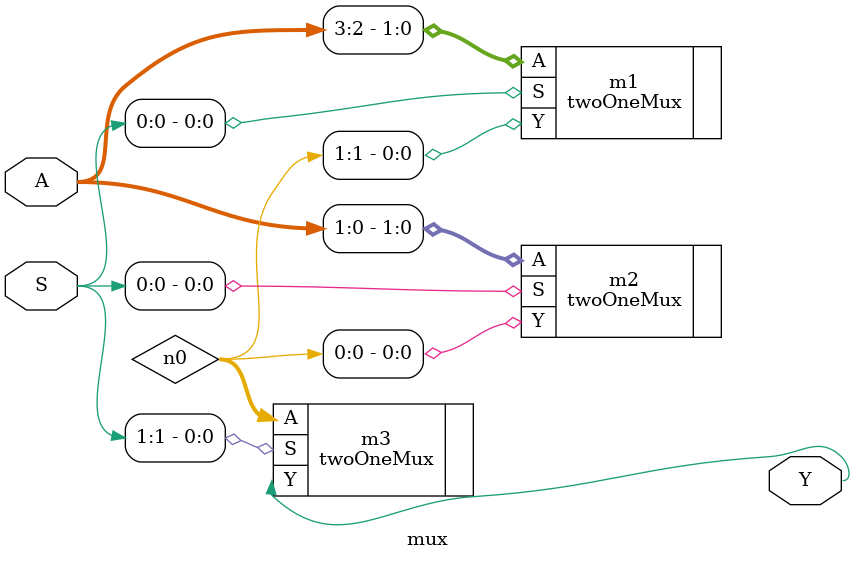
<source format=v>
`timescale 1ns / 1ps


module mux(
    input [3:0] A, //Input sum to be displayed
    input [1:0] S, //Current digit
    output Y
);

    wire [1:0] n0;

    twoOneMux m1 (.A(A[3:2]), .S(S[0]), .Y(n0[1]));
    twoOneMux m2 (.A(A[1:0]), .S(S[0]), .Y(n0[0]));
    twoOneMux m3 (.A(n0), .S(S[1]), .Y(Y));

endmodule

</source>
